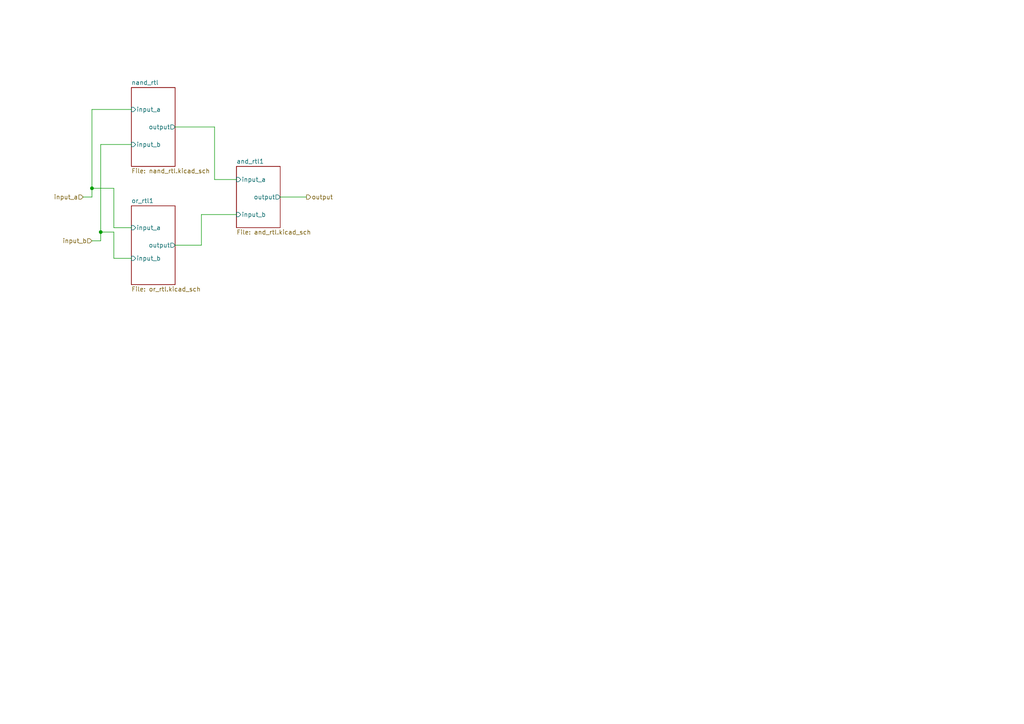
<source format=kicad_sch>
(kicad_sch (version 20230121) (generator eeschema)
  (paper "A4")
  (lib_symbols)
  (junction (at 29.21 67.31))
  (junction (at 26.67 54.61))
  (wire (pts (xy 62.23 52.07) (xy 62.23 36.83)))
  (wire (pts (xy 33.02 74.93) (xy 38.1 74.93)))
  (wire (pts (xy 29.21 69.85) (xy 29.21 67.31)))
  (wire (pts (xy 33.02 67.31) (xy 33.02 74.93)))
  (wire (pts (xy 58.42 71.12) (xy 58.42 62.23)))
  (wire (pts (xy 29.21 41.91) (xy 38.1 41.91)))
  (wire (pts (xy 29.21 67.31) (xy 33.02 67.31)))
  (wire (pts (xy 26.67 69.85) (xy 29.21 69.85)))
  (wire (pts (xy 68.58 52.07) (xy 62.23 52.07)))
  (wire (pts (xy 26.67 31.75) (xy 26.67 54.61)))
  (wire (pts (xy 81.28 57.15) (xy 88.9 57.15)))
  (wire (pts (xy 24.13 57.15) (xy 26.67 57.15)))
  (wire (pts (xy 50.8 71.12) (xy 58.42 71.12)))
  (wire (pts (xy 29.21 67.31) (xy 29.21 41.91)))
  (wire (pts (xy 26.67 54.61) (xy 33.02 54.61)))
  (wire (pts (xy 26.67 31.75) (xy 38.1 31.75)))
  (wire (pts (xy 33.02 54.61) (xy 33.02 66.04)))
  (wire (pts (xy 62.23 36.83) (xy 50.8 36.83)))
  (wire (pts (xy 58.42 62.23) (xy 68.58 62.23)))
  (wire (pts (xy 26.67 54.61) (xy 26.67 57.15)))
  (wire (pts (xy 33.02 66.04) (xy 38.1 66.04)))
  (hierarchical_label "output" (shape output) (at 88.9 57.15 0))
  (hierarchical_label "input_b" (shape input) (at 26.67 69.85 180))
  (hierarchical_label "input_a" (shape input) (at 24.13 57.15 180))
  (sheet (at 38.1 25.4) (size 12.7 22.86) (stroke (width 0.1524))
    (property "Sheetname" "nand_rtl" (at 38.1 24.6884 0) (effects (justify left bottom)))
    (property "Sheetfile" "nand_rtl.kicad_sch" (at 38.1 48.8446 0) (effects (justify left top)))
    (pin "input_b" input (at 38.1 41.91 180))
    (pin "input_a" input (at 38.1 31.75 180))
    (pin "output" output (at 50.8 36.83 0))
  )
  (sheet (at 68.58 48.26) (size 12.7 17.78) (stroke (width 0.1524))
    (property "Sheetname" "and_rtl1" (at 68.58 47.5484 0) (effects (justify left bottom)))
    (property "Sheetfile" "and_rtl.kicad_sch" (at 68.58 66.6246 0) (effects (justify left top)))
    (pin "input_a" input (at 68.58 52.07 180))
    (pin "input_b" input (at 68.58 62.23 180))
    (pin "output" output (at 81.28 57.15 0))
  )
  (sheet (at 38.1 59.69) (size 12.7 22.86) (stroke (width 0.1524))
    (property "Sheetname" "or_rtl1" (at 38.1 58.9784 0) (effects (justify left bottom)))
    (property "Sheetfile" "or_rtl.kicad_sch" (at 38.1 83.1346 0) (effects (justify left top)))
    (pin "input_a" input (at 38.1 66.04 180))
    (pin "input_b" input (at 38.1 74.93 180))
    (pin "output" output (at 50.8 71.12 0))
  )
)
</source>
